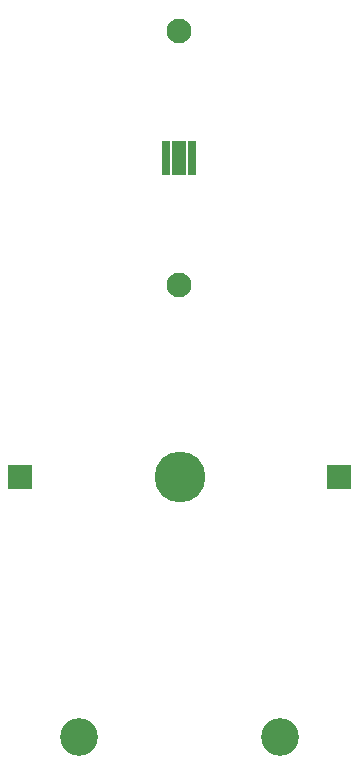
<source format=gts>
G04 #@! TF.GenerationSoftware,KiCad,Pcbnew,8.0.5*
G04 #@! TF.CreationDate,2024-10-10T13:20:31+02:00*
G04 #@! TF.ProjectId,LED_SINGLE_Board,4c45445f-5349-44e4-974c-455f426f6172,rev?*
G04 #@! TF.SameCoordinates,Original*
G04 #@! TF.FileFunction,Soldermask,Top*
G04 #@! TF.FilePolarity,Negative*
%FSLAX46Y46*%
G04 Gerber Fmt 4.6, Leading zero omitted, Abs format (unit mm)*
G04 Created by KiCad (PCBNEW 8.0.5) date 2024-10-10 13:20:31*
%MOMM*%
%LPD*%
G01*
G04 APERTURE LIST*
G04 Aperture macros list*
%AMRoundRect*
0 Rectangle with rounded corners*
0 $1 Rounding radius*
0 $2 $3 $4 $5 $6 $7 $8 $9 X,Y pos of 4 corners*
0 Add a 4 corners polygon primitive as box body*
4,1,4,$2,$3,$4,$5,$6,$7,$8,$9,$2,$3,0*
0 Add four circle primitives for the rounded corners*
1,1,$1+$1,$2,$3*
1,1,$1+$1,$4,$5*
1,1,$1+$1,$6,$7*
1,1,$1+$1,$8,$9*
0 Add four rect primitives between the rounded corners*
20,1,$1+$1,$2,$3,$4,$5,0*
20,1,$1+$1,$4,$5,$6,$7,0*
20,1,$1+$1,$6,$7,$8,$9,0*
20,1,$1+$1,$8,$9,$2,$3,0*%
G04 Aperture macros list end*
%ADD10C,4.300000*%
%ADD11C,3.200000*%
%ADD12C,2.100000*%
%ADD13RoundRect,0.102000X0.250000X1.350000X-0.250000X1.350000X-0.250000X-1.350000X0.250000X-1.350000X0*%
%ADD14RoundRect,0.102000X0.500000X1.350000X-0.500000X1.350000X-0.500000X-1.350000X0.500000X-1.350000X0*%
%ADD15R,2.000000X2.000000*%
G04 APERTURE END LIST*
D10*
X43500000Y-68500000D03*
D11*
X35000000Y-90500000D03*
X52000000Y-90500000D03*
D12*
X43400000Y-30740000D03*
X43400000Y-52260000D03*
D13*
X42300000Y-41500000D03*
X44500000Y-41500000D03*
D14*
X43400000Y-41500000D03*
D15*
X57000000Y-68500000D03*
X30000000Y-68500000D03*
M02*

</source>
